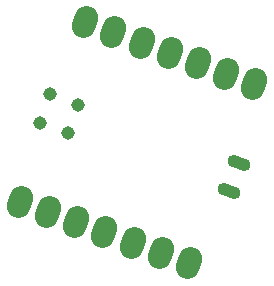
<source format=gbr>
%TF.GenerationSoftware,KiCad,Pcbnew,7.0.9*%
%TF.CreationDate,2024-01-29T17:42:56-06:00*%
%TF.ProjectId,quetzalblinkamini,71756574-7a61-46c6-926c-696e6b616d69,rev?*%
%TF.SameCoordinates,Original*%
%TF.FileFunction,Paste,Top*%
%TF.FilePolarity,Positive*%
%FSLAX46Y46*%
G04 Gerber Fmt 4.6, Leading zero omitted, Abs format (unit mm)*
G04 Created by KiCad (PCBNEW 7.0.9) date 2024-01-29 17:42:56*
%MOMM*%
%LPD*%
G01*
G04 APERTURE LIST*
G04 Aperture macros list*
%AMHorizOval*
0 Thick line with rounded ends*
0 $1 width*
0 $2 $3 position (X,Y) of the first rounded end (center of the circle)*
0 $4 $5 position (X,Y) of the second rounded end (center of the circle)*
0 Add line between two ends*
20,1,$1,$2,$3,$4,$5,0*
0 Add two circle primitives to create the rounded ends*
1,1,$1,$2,$3*
1,1,$1,$4,$5*%
G04 Aperture macros list end*
%ADD10HorizOval,1.998980X0.128138X0.352056X-0.128138X-0.352056X0*%
%ADD11HorizOval,1.016000X-0.477364X0.173746X0.477364X-0.173746X0*%
%ADD12C,1.143000*%
G04 APERTURE END LIST*
D10*
%TO.C,U1*%
X178046552Y-76880336D03*
X180433371Y-77749067D03*
X182820191Y-78617798D03*
X185207010Y-79486529D03*
X187593829Y-80355261D03*
X189980648Y-81223992D03*
X192367468Y-82092723D03*
X197896073Y-66903005D03*
X195509253Y-66034274D03*
X193122434Y-65165543D03*
X190735615Y-64296812D03*
X188348796Y-63428080D03*
X185961976Y-62559349D03*
X183575157Y-61690618D03*
D11*
X195728898Y-76008603D03*
X196601050Y-73612386D03*
D12*
X179749780Y-70193953D03*
X180618511Y-67807134D03*
X182136599Y-71062684D03*
X183005330Y-68675865D03*
%TD*%
M02*

</source>
